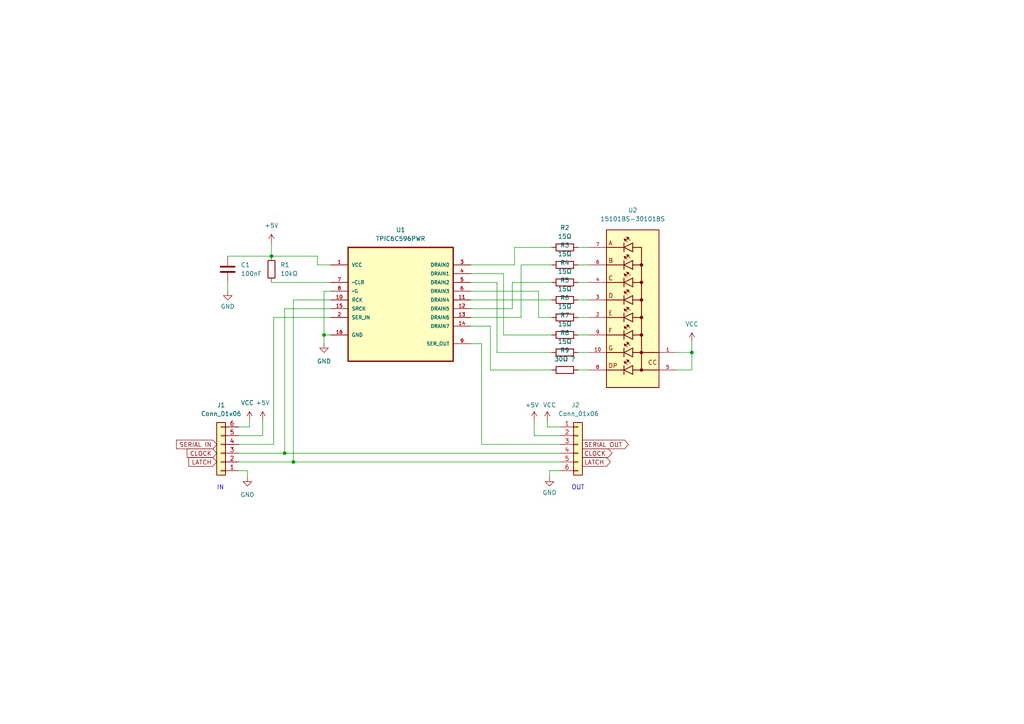
<source format=kicad_sch>
(kicad_sch (version 20211123) (generator eeschema)
  (paper "A4")
  (lib_symbols
    (symbol "Connector_Generic:Conn_01x06" (pin_names (offset 1.016) hide)
      (property "Reference" "J" (at 0 7.62 0))
      (property "Value" "Conn_01x06" (at 0 -10.16 0))
      (symbol "Conn_01x06_1_1"
        (rectangle (start -1.27 -7.493) (end 0 -7.747) (stroke (width 0.1524)))
        (rectangle (start -1.27 -4.953) (end 0 -5.207) (stroke (width 0.1524)))
        (rectangle (start -1.27 -2.413) (end 0 -2.667) (stroke (width 0.1524)))
        (rectangle (start -1.27 0.127) (end 0 -0.127) (stroke (width 0.1524)))
        (rectangle (start -1.27 2.667) (end 0 2.413) (stroke (width 0.1524)))
        (rectangle (start -1.27 5.207) (end 0 4.953) (stroke (width 0.1524)))
        (rectangle (start -1.27 6.35) (end 1.27 -8.89) (stroke (width 0.254)) (fill (type background)))
        (pin passive line (at -5.08 5.08 0) (length 3.81) (name "Pin_1") (number "1"))
        (pin passive line (at -5.08 2.54 0) (length 3.81) (name "Pin_2") (number "2"))
        (pin passive line (at -5.08 0 0) (length 3.81) (name "Pin_3") (number "3"))
        (pin passive line (at -5.08 -2.54 0) (length 3.81) (name "Pin_4") (number "4"))
        (pin passive line (at -5.08 -5.08 0) (length 3.81) (name "Pin_5") (number "5"))
        (pin passive line (at -5.08 -7.62 0) (length 3.81) (name "Pin_6") (number "6"))
      )
    )
    (symbol "Custom7Segments:15101BS-30101BS" (pin_names (offset 1.016))
      (property "Reference" "U" (at -7.62 23.622 0))
      (property "Value" "15101BS-30101BS" (at -8.89 -26.1874 0))
      (symbol "15101BS-30101BS_0_0"
        (rectangle (start -7.62 -22.86) (end 7.62 22.86) (stroke (width 0.254)) (fill (type background)))
        (polyline (pts (xy -7.62 -17.78) (xy -2.54 -17.78)) (stroke (width 0.254)))
        (polyline (pts (xy -7.62 -12.7) (xy -2.54 -12.7)) (stroke (width 0.254)))
        (polyline (pts (xy -7.62 -7.62) (xy -2.54 -7.62)) (stroke (width 0.254)))
        (polyline (pts (xy -7.62 -2.54) (xy -2.54 -2.54)) (stroke (width 0.254)))
        (polyline (pts (xy -7.62 2.54) (xy -2.54 2.54)) (stroke (width 0.254)))
        (polyline (pts (xy -7.62 7.62) (xy -2.54 7.62)) (stroke (width 0.254)))
        (polyline (pts (xy -7.62 12.7) (xy -2.54 12.7)) (stroke (width 0.254)))
        (polyline (pts (xy -7.62 17.78) (xy -2.54 17.78)) (stroke (width 0.254)))
        (polyline (pts (xy -2.54 -17.78) (xy -2.54 -19.05)) (stroke (width 0.254)))
        (polyline (pts (xy -2.54 -17.78) (xy 0 -16.51)) (stroke (width 0.254)))
        (polyline (pts (xy -2.54 -16.51) (xy -2.54 -17.78)) (stroke (width 0.254)))
        (polyline (pts (xy -2.54 -12.7) (xy -2.54 -13.97)) (stroke (width 0.254)))
        (polyline (pts (xy -2.54 -12.7) (xy 0 -11.43)) (stroke (width 0.254)))
        (polyline (pts (xy -2.54 -11.43) (xy -2.54 -12.7)) (stroke (width 0.254)))
        (polyline (pts (xy -2.54 -7.62) (xy -2.54 -8.89)) (stroke (width 0.254)))
        (polyline (pts (xy -2.54 -7.62) (xy 0 -6.35)) (stroke (width 0.254)))
        (polyline (pts (xy -2.54 -6.35) (xy -2.54 -7.62)) (stroke (width 0.254)))
        (polyline (pts (xy -2.54 -2.54) (xy -2.54 -3.81)) (stroke (width 0.254)))
        (polyline (pts (xy -2.54 -2.54) (xy 0 -1.27)) (stroke (width 0.254)))
        (polyline (pts (xy -2.54 -1.27) (xy -2.54 -2.54)) (stroke (width 0.254)))
        (polyline (pts (xy -2.54 2.54) (xy -2.54 1.27)) (stroke (width 0.254)))
        (polyline (pts (xy -2.54 2.54) (xy 0 3.81)) (stroke (width 0.254)))
        (polyline (pts (xy -2.54 3.81) (xy -2.54 2.54)) (stroke (width 0.254)))
        (polyline (pts (xy -2.54 7.62) (xy -2.54 6.35)) (stroke (width 0.254)))
        (polyline (pts (xy -2.54 7.62) (xy 0 8.89)) (stroke (width 0.254)))
        (polyline (pts (xy -2.54 8.89) (xy -2.54 7.62)) (stroke (width 0.254)))
        (polyline (pts (xy -2.54 12.7) (xy -2.54 11.43)) (stroke (width 0.254)))
        (polyline (pts (xy -2.54 12.7) (xy 0 13.97)) (stroke (width 0.254)))
        (polyline (pts (xy -2.54 13.97) (xy -2.54 12.7)) (stroke (width 0.254)))
        (polyline (pts (xy -2.54 17.78) (xy -2.54 16.51)) (stroke (width 0.254)))
        (polyline (pts (xy -2.54 17.78) (xy 0 19.05)) (stroke (width 0.254)))
        (polyline (pts (xy -2.54 19.05) (xy -2.54 17.78)) (stroke (width 0.254)))
        (polyline (pts (xy -1.524 -16.256) (xy -2.032 -15.748)) (stroke (width 0.1524)))
        (polyline (pts (xy -1.524 -11.176) (xy -2.032 -10.668)) (stroke (width 0.1524)))
        (polyline (pts (xy -1.524 -6.096) (xy -2.032 -5.588)) (stroke (width 0.1524)))
        (polyline (pts (xy -1.524 -1.016) (xy -2.032 -0.508)) (stroke (width 0.1524)))
        (polyline (pts (xy -1.524 4.064) (xy -2.032 4.572)) (stroke (width 0.1524)))
        (polyline (pts (xy -1.524 9.144) (xy -2.032 9.652)) (stroke (width 0.1524)))
        (polyline (pts (xy -1.524 14.224) (xy -2.032 14.732)) (stroke (width 0.1524)))
        (polyline (pts (xy -1.524 19.304) (xy -2.032 19.812)) (stroke (width 0.1524)))
        (polyline (pts (xy -0.762 -15.748) (xy -1.27 -15.24)) (stroke (width 0.1524)))
        (polyline (pts (xy -0.762 -10.668) (xy -1.27 -10.16)) (stroke (width 0.1524)))
        (polyline (pts (xy -0.762 -5.588) (xy -1.27 -5.08)) (stroke (width 0.1524)))
        (polyline (pts (xy -0.762 -0.508) (xy -1.27 0)) (stroke (width 0.1524)))
        (polyline (pts (xy -0.762 4.572) (xy -1.27 5.08)) (stroke (width 0.1524)))
        (polyline (pts (xy -0.762 9.652) (xy -1.27 10.16)) (stroke (width 0.1524)))
        (polyline (pts (xy -0.762 14.732) (xy -1.27 15.24)) (stroke (width 0.1524)))
        (polyline (pts (xy -0.762 19.812) (xy -1.27 20.32)) (stroke (width 0.1524)))
        (polyline (pts (xy 0 -19.05) (xy -2.54 -17.78)) (stroke (width 0.254)))
        (polyline (pts (xy 0 -17.78) (xy 0 -19.05)) (stroke (width 0.254)))
        (polyline (pts (xy 0 -17.78) (xy 2.54 -17.78)) (stroke (width 0.254)))
        (polyline (pts (xy 0 -16.51) (xy 0 -17.78)) (stroke (width 0.254)))
        (polyline (pts (xy 0 -13.97) (xy -2.54 -12.7)) (stroke (width 0.254)))
        (polyline (pts (xy 0 -12.7) (xy 0 -13.97)) (stroke (width 0.254)))
        (polyline (pts (xy 0 -12.7) (xy 2.54 -12.7)) (stroke (width 0.254)))
        (polyline (pts (xy 0 -11.43) (xy 0 -12.7)) (stroke (width 0.254)))
        (polyline (pts (xy 0 -8.89) (xy -2.54 -7.62)) (stroke (width 0.254)))
        (polyline (pts (xy 0 -7.62) (xy 0 -8.89)) (stroke (width 0.254)))
        (polyline (pts (xy 0 -7.62) (xy 2.54 -7.62)) (stroke (width 0.254)))
        (polyline (pts (xy 0 -6.35) (xy 0 -7.62)) (stroke (width 0.254)))
        (polyline (pts (xy 0 -3.81) (xy -2.54 -2.54)) (stroke (width 0.254)))
        (polyline (pts (xy 0 -2.54) (xy 0 -3.81)) (stroke (width 0.254)))
        (polyline (pts (xy 0 -2.54) (xy 2.54 -2.54)) (stroke (width 0.254)))
        (polyline (pts (xy 0 -1.27) (xy 0 -2.54)) (stroke (width 0.254)))
        (polyline (pts (xy 0 1.27) (xy -2.54 2.54)) (stroke (width 0.254)))
        (polyline (pts (xy 0 2.54) (xy 0 1.27)) (stroke (width 0.254)))
        (polyline (pts (xy 0 2.54) (xy 2.54 2.54)) (stroke (width 0.254)))
        (polyline (pts (xy 0 3.81) (xy 0 2.54)) (stroke (width 0.254)))
        (polyline (pts (xy 0 6.35) (xy -2.54 7.62)) (stroke (width 0.254)))
        (polyline (pts (xy 0 7.62) (xy 0 6.35)) (stroke (width 0.254)))
        (polyline (pts (xy 0 7.62) (xy 2.54 7.62)) (stroke (width 0.254)))
        (polyline (pts (xy 0 8.89) (xy 0 7.62)) (stroke (width 0.254)))
        (polyline (pts (xy 0 11.43) (xy -2.54 12.7)) (stroke (width 0.254)))
        (polyline (pts (xy 0 12.7) (xy 0 11.43)) (stroke (width 0.254)))
        (polyline (pts (xy 0 12.7) (xy 2.54 12.7)) (stroke (width 0.254)))
        (polyline (pts (xy 0 13.97) (xy 0 12.7)) (stroke (width 0.254)))
        (polyline (pts (xy 0 16.51) (xy -2.54 17.78)) (stroke (width 0.254)))
        (polyline (pts (xy 0 17.78) (xy 0 16.51)) (stroke (width 0.254)))
        (polyline (pts (xy 0 17.78) (xy 2.54 17.78)) (stroke (width 0.254)))
        (polyline (pts (xy 0 19.05) (xy 0 17.78)) (stroke (width 0.254)))
        (polyline (pts (xy 2.4384 -12.7) (xy 7.5184 -12.7)) (stroke (width 0.254)))
        (polyline (pts (xy 2.54 -17.78) (xy 2.54 17.78)) (stroke (width 0.254)))
        (polyline (pts (xy 2.54 -17.78) (xy 7.62 -17.78)) (stroke (width 0.254)))
        (polyline (pts (xy -1.778 -15.494) (xy -2.286 -16.002) (xy -2.54 -15.24) (xy -1.778 -15.494)) (stroke (width 0.1524)) (fill (type outline)))
        (polyline (pts (xy -1.778 -10.414) (xy -2.286 -10.922) (xy -2.54 -10.16) (xy -1.778 -10.414)) (stroke (width 0.1524)) (fill (type outline)))
        (polyline (pts (xy -1.778 -5.334) (xy -2.286 -5.842) (xy -2.54 -5.08) (xy -1.778 -5.334)) (stroke (width 0.1524)) (fill (type outline)))
        (polyline (pts (xy -1.778 -0.254) (xy -2.286 -0.762) (xy -2.54 0) (xy -1.778 -0.254)) (stroke (width 0.1524)) (fill (type outline)))
        (polyline (pts (xy -1.778 4.826) (xy -2.286 4.318) (xy -2.54 5.08) (xy -1.778 4.826)) (stroke (width 0.1524)) (fill (type outline)))
        (polyline (pts (xy -1.778 9.906) (xy -2.286 9.398) (xy -2.54 10.16) (xy -1.778 9.906)) (stroke (width 0.1524)) (fill (type outline)))
        (polyline (pts (xy -1.778 14.986) (xy -2.286 14.478) (xy -2.54 15.24) (xy -1.778 14.986)) (stroke (width 0.1524)) (fill (type outline)))
        (polyline (pts (xy -1.778 20.066) (xy -2.286 19.558) (xy -2.54 20.32) (xy -1.778 20.066)) (stroke (width 0.1524)) (fill (type outline)))
        (polyline (pts (xy -1.016 -14.986) (xy -1.524 -15.494) (xy -1.778 -14.732) (xy -1.016 -14.986)) (stroke (width 0.1524)) (fill (type outline)))
        (polyline (pts (xy -1.016 -9.906) (xy -1.524 -10.414) (xy -1.778 -9.652) (xy -1.016 -9.906)) (stroke (width 0.1524)) (fill (type outline)))
        (polyline (pts (xy -1.016 -4.826) (xy -1.524 -5.334) (xy -1.778 -4.572) (xy -1.016 -4.826)) (stroke (width 0.1524)) (fill (type outline)))
        (polyline (pts (xy -1.016 0.254) (xy -1.524 -0.254) (xy -1.778 0.508) (xy -1.016 0.254)) (stroke (width 0.1524)) (fill (type outline)))
        (polyline (pts (xy -1.016 5.334) (xy -1.524 4.826) (xy -1.778 5.588) (xy -1.016 5.334)) (stroke (width 0.1524)) (fill (type outline)))
        (polyline (pts (xy -1.016 10.414) (xy -1.524 9.906) (xy -1.778 10.668) (xy -1.016 10.414)) (stroke (width 0.1524)) (fill (type outline)))
        (polyline (pts (xy -1.016 15.494) (xy -1.524 14.986) (xy -1.778 15.748) (xy -1.016 15.494)) (stroke (width 0.1524)) (fill (type outline)))
        (polyline (pts (xy -1.016 20.574) (xy -1.524 20.066) (xy -1.778 20.828) (xy -1.016 20.574)) (stroke (width 0.1524)) (fill (type outline)))
        (circle (center 2.54 -17.78) (radius 0.254) (stroke (width 0.508)))
        (circle (center 2.54 -12.7) (radius 0.254) (stroke (width 0.508)))
        (circle (center 2.54 -7.62) (radius 0.254) (stroke (width 0.508)))
        (circle (center 2.54 -2.54) (radius 0.254) (stroke (width 0.508)))
        (circle (center 2.54 2.54) (radius 0.254) (stroke (width 0.508)))
        (circle (center 2.54 7.62) (radius 0.254) (stroke (width 0.508)))
        (circle (center 2.54 12.7) (radius 0.254) (stroke (width 0.508)))
        (text "A" (at -7.112 18.288 0) (effects (font (size 1.27 1.27)) (justify left bottom)))
        (text "B" (at -7.112 13.208 0) (effects (font (size 1.27 1.27)) (justify left bottom)))
        (text "C" (at -7.112 8.128 0) (effects (font (size 1.27 1.27)) (justify left bottom)))
        (text "CC" (at 4.3688 -16.3322 0) (effects (font (size 1.27 1.27)) (justify left bottom)))
        (text "D" (at -7.112 3.048 0) (effects (font (size 1.27 1.27)) (justify left bottom)))
        (text "DP" (at -7.112 -17.272 0) (effects (font (size 1.27 1.27)) (justify left bottom)))
        (text "E" (at -7.112 -2.032 0) (effects (font (size 1.27 1.27)) (justify left bottom)))
        (text "F" (at -7.112 -7.112 0) (effects (font (size 1.27 1.27)) (justify left bottom)))
        (text "G" (at -7.112 -12.192 0) (effects (font (size 1.27 1.27)) (justify left bottom)))
        (pin passive line (at 12.7 -12.7 180) (length 5.08) (name "") (number "1"))
        (pin passive line (at -12.7 -12.7 0) (length 5.08) (name "~") (number "10"))
        (pin passive line (at -12.7 -2.54 0) (length 5.08) (name "~") (number "2"))
        (pin passive line (at -12.7 2.54 0) (length 5.08) (name "~") (number "3"))
        (pin passive line (at -12.7 7.62 0) (length 5.08) (name "~") (number "4"))
        (pin passive line (at 12.7 -17.78 180) (length 5.08) (name "~") (number "5"))
        (pin passive line (at -12.7 12.7 0) (length 5.08) (name "~") (number "6"))
        (pin passive line (at -12.7 17.78 0) (length 5.08) (name "~") (number "7"))
        (pin passive line (at -12.7 -17.78 0) (length 5.08) (name "~") (number "8"))
        (pin passive line (at -12.7 -7.62 0) (length 5.08) (name "~") (number "9"))
      )
    )
    (symbol "Device:C" (pin_numbers hide) (pin_names (offset 0.254))
      (property "Reference" "C" (at 0.635 2.54 0))
      (property "Value" "C" (at 0.635 -2.54 0))
      (symbol "C_0_1"
        (polyline (pts (xy -2.032 -0.762) (xy 2.032 -0.762)) (stroke (width 0.508)))
        (polyline (pts (xy -2.032 0.762) (xy 2.032 0.762)) (stroke (width 0.508)))
      )
      (symbol "C_1_1"
        (pin passive line (at 0 3.81 270) (length 2.794) (name "~") (number "1"))
        (pin passive line (at 0 -3.81 90) (length 2.794) (name "~") (number "2"))
      )
    )
    (symbol "Device:R" (pin_numbers hide) (pin_names (offset 0))
      (property "Reference" "R" (at 2.032 0 90))
      (property "Value" "R" (at 0 0 90))
      (symbol "R_0_1"
        (rectangle (start -1.016 -2.54) (end 1.016 2.54) (stroke (width 0.254)))
      )
      (symbol "R_1_1"
        (pin passive line (at 0 3.81 270) (length 1.27) (name "~") (number "1"))
        (pin passive line (at 0 -3.81 90) (length 1.27) (name "~") (number "2"))
      )
    )
    (symbol "TPIC6C596PWR:TPIC6C596PWR" (pin_names (offset 1.016))
      (property "Reference" "U" (at -5.516 14.0569 0))
      (property "Value" "TPIC6C596PWR" (at -5.2195 -23.246 0))
      (symbol "TPIC6C596PWR_0_0"
        (rectangle (start -15.24 -20.32) (end 15.24 12.7) (stroke (width 0.4064)) (fill (type background)))
        (pin power_in line (at -20.32 7.62 0) (length 5.08) (name "VCC") (number "1"))
        (pin input line (at -20.32 -2.54 0) (length 5.08) (name "RCK") (number "10"))
        (pin output line (at 20.32 -2.54 180) (length 5.08) (name "DRAIN4") (number "11"))
        (pin output line (at 20.32 -5.08 180) (length 5.08) (name "DRAIN5") (number "12"))
        (pin output line (at 20.32 -7.62 180) (length 5.08) (name "DRAIN6") (number "13"))
        (pin output line (at 20.32 -10.16 180) (length 5.08) (name "DRAIN7") (number "14"))
        (pin input line (at -20.32 -5.08 0) (length 5.08) (name "SRCK") (number "15"))
        (pin passive line (at -20.32 -12.7 0) (length 5.08) (name "GND") (number "16"))
        (pin input line (at -20.32 -7.62 0) (length 5.08) (name "SER_IN") (number "2"))
        (pin output line (at 20.32 7.62 180) (length 5.08) (name "DRAIN0") (number "3"))
        (pin output line (at 20.32 5.08 180) (length 5.08) (name "DRAIN1") (number "4"))
        (pin output line (at 20.32 2.54 180) (length 5.08) (name "DRAIN2") (number "5"))
        (pin output line (at 20.32 0 180) (length 5.08) (name "DRAIN3") (number "6"))
        (pin input line (at -20.32 2.54 0) (length 5.08) (name "~CLR") (number "7"))
        (pin input line (at -20.32 0 0) (length 5.08) (name "~G") (number "8"))
        (pin output line (at 20.32 -15.24 180) (length 5.08) (name "SER_OUT") (number "9"))
      )
    )
    (symbol "power:+5V" (power) (pin_names (offset 0))
      (property "Value" "+5V" (at 0 3.556 0))
      (symbol "+5V_0_1"
        (polyline (pts (xy -0.762 1.27) (xy 0 2.54)))
        (polyline (pts (xy 0 0) (xy 0 2.54)))
        (polyline (pts (xy 0 2.54) (xy 0.762 1.27)))
      )
      (symbol "+5V_1_1"
        (pin power_in line (at 0 0 90) (length 0) hide (name "+5V") (number "1"))
      )
    )
    (symbol "power:GND" (power) (pin_names (offset 0))
      (property "Value" "GND" (at 0 -3.81 0))
      (symbol "GND_0_1"
        (polyline (pts (xy 0 0) (xy 0 -1.27) (xy 1.27 -1.27) (xy 0 -2.54) (xy -1.27 -1.27) (xy 0 -1.27)))
      )
      (symbol "GND_1_1"
        (pin power_in line (at 0 0 270) (length 0) hide (name "GND") (number "1"))
      )
    )
    (symbol "power:VCC" (power) (pin_names (offset 0))
      (property "Value" "VCC" (at 0 3.81 0))
      (symbol "VCC_0_1"
        (polyline (pts (xy -0.762 1.27) (xy 0 2.54)))
        (polyline (pts (xy 0 0) (xy 0 2.54)))
        (polyline (pts (xy 0 2.54) (xy 0.762 1.27)))
      )
      (symbol "VCC_1_1"
        (pin power_in line (at 0 0 90) (length 0) hide (name "VCC") (number "1"))
      )
    )
  )
  (junction (at 200.66 102.235))
  (junction (at 85.09 133.985))
  (junction (at 78.74 74.295))
  (junction (at 82.55 131.445))
  (junction (at 93.98 97.155))
  (wire (pts (xy 142.24 94.615) (xy 136.525 94.615)))
  (wire (pts (xy 160.02 92.075) (xy 156.21 92.075)))
  (wire (pts (xy 167.64 86.995) (xy 170.815 86.995)))
  (wire (pts (xy 76.2 126.365) (xy 76.2 121.92)))
  (wire (pts (xy 149.225 71.755) (xy 149.225 76.835)))
  (wire (pts (xy 148.59 81.915) (xy 148.59 89.535)))
  (wire (pts (xy 69.215 131.445) (xy 82.55 131.445)))
  (wire (pts (xy 69.215 123.825) (xy 72.39 123.825)))
  (wire (pts (xy 93.98 97.155) (xy 93.98 99.695)))
  (wire (pts (xy 162.56 131.445) (xy 82.55 131.445)))
  (wire (pts (xy 136.525 76.835) (xy 149.225 76.835)))
  (wire (pts (xy 82.55 89.535) (xy 95.885 89.535)))
  (wire (pts (xy 162.56 128.905) (xy 139.7 128.905)))
  (wire (pts (xy 85.09 86.995) (xy 85.09 133.985)))
  (wire (pts (xy 72.39 123.825) (xy 72.39 121.92)))
  (wire (pts (xy 159.385 136.525) (xy 159.385 138.43)))
  (wire (pts (xy 158.75 123.825) (xy 162.56 123.825)))
  (wire (pts (xy 167.64 76.835) (xy 170.815 76.835)))
  (wire (pts (xy 95.885 97.155) (xy 93.98 97.155)))
  (wire (pts (xy 139.7 128.905) (xy 139.7 99.695)))
  (wire (pts (xy 160.02 76.835) (xy 151.13 76.835)))
  (wire (pts (xy 142.24 107.315) (xy 142.24 94.615)))
  (wire (pts (xy 167.64 107.315) (xy 170.815 107.315)))
  (wire (pts (xy 160.02 81.915) (xy 148.59 81.915)))
  (wire (pts (xy 160.02 71.755) (xy 149.225 71.755)))
  (wire (pts (xy 196.215 102.235) (xy 200.66 102.235)))
  (wire (pts (xy 158.75 121.92) (xy 158.75 123.825)))
  (wire (pts (xy 162.56 126.365) (xy 154.94 126.365)))
  (wire (pts (xy 85.09 86.995) (xy 95.885 86.995)))
  (wire (pts (xy 167.64 97.155) (xy 170.815 97.155)))
  (wire (pts (xy 200.66 99.06) (xy 200.66 102.235)))
  (wire (pts (xy 151.13 76.835) (xy 151.13 92.075)))
  (wire (pts (xy 160.02 102.235) (xy 144.145 102.235)))
  (wire (pts (xy 79.375 128.905) (xy 69.215 128.905)))
  (wire (pts (xy 69.215 133.985) (xy 85.09 133.985)))
  (wire (pts (xy 144.145 102.235) (xy 144.145 81.915)))
  (wire (pts (xy 78.74 70.485) (xy 78.74 74.295)))
  (wire (pts (xy 167.64 102.235) (xy 170.815 102.235)))
  (wire (pts (xy 160.02 107.315) (xy 142.24 107.315)))
  (wire (pts (xy 69.215 136.525) (xy 71.755 136.525)))
  (wire (pts (xy 66.04 74.295) (xy 78.74 74.295)))
  (wire (pts (xy 93.98 84.455) (xy 93.98 97.155)))
  (wire (pts (xy 71.755 136.525) (xy 71.755 138.43)))
  (wire (pts (xy 156.21 92.075) (xy 156.21 84.455)))
  (wire (pts (xy 92.075 76.835) (xy 95.885 76.835)))
  (wire (pts (xy 136.525 81.915) (xy 144.145 81.915)))
  (wire (pts (xy 162.56 136.525) (xy 159.385 136.525)))
  (wire (pts (xy 78.74 74.295) (xy 92.075 74.295)))
  (wire (pts (xy 146.05 97.155) (xy 146.05 79.375)))
  (wire (pts (xy 139.7 99.695) (xy 136.525 99.695)))
  (wire (pts (xy 82.55 89.535) (xy 82.55 131.445)))
  (wire (pts (xy 200.66 107.315) (xy 196.215 107.315)))
  (wire (pts (xy 154.94 126.365) (xy 154.94 121.92)))
  (wire (pts (xy 167.64 81.915) (xy 170.815 81.915)))
  (wire (pts (xy 95.885 92.075) (xy 79.375 92.075)))
  (wire (pts (xy 148.59 89.535) (xy 136.525 89.535)))
  (wire (pts (xy 151.13 92.075) (xy 136.525 92.075)))
  (wire (pts (xy 136.525 86.995) (xy 160.02 86.995)))
  (wire (pts (xy 200.66 102.235) (xy 200.66 107.315)))
  (wire (pts (xy 92.075 74.295) (xy 92.075 76.835)))
  (wire (pts (xy 69.215 126.365) (xy 76.2 126.365)))
  (wire (pts (xy 95.885 84.455) (xy 93.98 84.455)))
  (wire (pts (xy 136.525 79.375) (xy 146.05 79.375)))
  (wire (pts (xy 79.375 92.075) (xy 79.375 128.905)))
  (wire (pts (xy 160.02 97.155) (xy 146.05 97.155)))
  (wire (pts (xy 167.64 71.755) (xy 170.815 71.755)))
  (wire (pts (xy 167.64 92.075) (xy 170.815 92.075)))
  (wire (pts (xy 162.56 133.985) (xy 85.09 133.985)))
  (wire (pts (xy 136.525 84.455) (xy 156.21 84.455)))
  (wire (pts (xy 66.04 81.915) (xy 66.04 84.455)))
  (wire (pts (xy 78.74 81.915) (xy 95.885 81.915)))
  (text "IN" (at 62.865 142.24 0) (effects (font (size 1.27 1.27)) (justify left bottom)))
  (text "OUT" (at 165.735 142.24 0) (effects (font (size 1.27 1.27)) (justify left bottom)))
  (global_label "CLOCK" (shape input) (at 62.865 131.445 180) (property "Intersheet References" "${INTERSHEET_REFS}" (effects hide)))
  (global_label "SERIAL OUT" (shape output) (at 168.91 128.905 0) (property "Intersheet References" "${INTERSHEET_REFS}" (effects hide)))
  (global_label "CLOCK" (shape output) (at 168.91 131.445 0) (property "Intersheet References" "${INTERSHEET_REFS}" (effects hide)))
  (global_label "SERIAL IN" (shape input) (at 62.865 128.905 180) (property "Intersheet References" "${INTERSHEET_REFS}" (effects hide)))
  (global_label "LATCH" (shape output) (at 168.91 133.985 0) (property "Intersheet References" "${INTERSHEET_REFS}" (effects hide)))
  (global_label "LATCH" (shape input) (at 62.865 133.985 180) (property "Intersheet References" "${INTERSHEET_REFS}" (effects hide)))
  (symbol (lib_id "Device:R") (at 163.83 71.755 90) (unit 1)
    (property "Reference" "R2" (at 163.83 66.04 90))
    (property "Value" "15Ω" (at 163.83 68.58 90))
    (property "Footprint" "Resistor_SMD:R_0603_1608Metric" (effects hide))
  )
  (symbol (lib_id "Device:C") (at 66.04 78.105 0) (unit 1)
    (property "Reference" "C1" (at 69.85 76.8349 0) (effects (justify left)))
    (property "Value" "100nF" (at 69.85 79.3749 0) (effects (justify left)))
    (property "Footprint" "Capacitor_SMD:C_0603_1608Metric" (effects hide))
  )
  (symbol (lib_id "power:+5V") (at 78.74 70.485 0) (unit 1)
    (property "Reference" "#PWR05" (effects hide))
    (property "Value" "+5V" (at 78.74 65.405 0))
  )
  (symbol (lib_id "power:GND") (at 66.04 84.455 0) (unit 1)
    (property "Reference" "#PWR01" (effects hide))
    (property "Value" "GND" (at 66.04 88.9 0))
  )
  (symbol (lib_id "power:+5V") (at 154.94 121.92 0) (unit 1)
    (property "Reference" "#PWR07" (effects hide))
    (property "Value" "+5V" (at 154.305 117.475 0))
  )
  (symbol (lib_id "Device:R") (at 163.83 97.155 90) (unit 1)
    (property "Reference" "R7" (at 163.83 91.44 90))
    (property "Value" "15Ω" (at 163.83 93.98 90))
    (property "Footprint" "Resistor_SMD:R_0603_1608Metric" (effects hide))
  )
  (symbol (lib_id "power:+5V") (at 76.2 121.92 0) (unit 1)
    (property "Reference" "#PWR04" (effects hide))
    (property "Value" "+5V" (at 76.2 116.84 0))
  )
  (symbol (lib_id "Connector_Generic:Conn_01x06") (at 64.135 131.445 180) (unit 1)
    (property "Reference" "J1" (at 64.135 117.475 0))
    (property "Value" "Conn_01x06" (at 64.135 120.015 0))
    (property "Footprint" "Connector_PinHeader_2.54mm:PinHeader_1x06_P2.54mm_Vertical" (effects hide))
  )
  (symbol (lib_id "Device:R") (at 78.74 78.105 180) (unit 1)
    (property "Reference" "R1" (at 81.28 76.8349 0) (effects (justify right)))
    (property "Value" "10kΩ" (at 81.28 79.3749 0) (effects (justify right)))
    (property "Footprint" "Resistor_SMD:R_0603_1608Metric" (effects hide))
  )
  (symbol (lib_id "power:GND") (at 159.385 138.43 0) (unit 1)
    (property "Reference" "#PWR09" (effects hide))
    (property "Value" "GND" (at 159.385 142.875 0))
  )
  (symbol (lib_id "power:VCC") (at 72.39 121.92 0) (unit 1)
    (property "Reference" "#PWR03" (effects hide))
    (property "Value" "VCC" (at 71.755 116.84 0))
  )
  (symbol (lib_id "Device:R") (at 163.83 92.075 90) (unit 1)
    (property "Reference" "R6" (at 163.83 86.36 90))
    (property "Value" "15Ω" (at 163.83 88.9 90))
    (property "Footprint" "Resistor_SMD:R_0603_1608Metric" (effects hide))
  )
  (symbol (lib_id "power:GND") (at 93.98 99.695 0) (unit 1)
    (property "Reference" "#PWR06" (effects hide))
    (property "Value" "GND" (at 93.98 104.775 0))
  )
  (symbol (lib_id "Device:R") (at 163.83 107.315 90) (unit 1)
    (property "Reference" "R9" (at 163.83 101.6 90))
    (property "Value" "30Ω ?" (at 163.83 104.14 90))
    (property "Footprint" "Resistor_SMD:R_0603_1608Metric" (effects hide))
  )
  (symbol (lib_id "Device:R") (at 163.83 102.235 90) (unit 1)
    (property "Reference" "R8" (at 163.83 96.52 90))
    (property "Value" "15Ω" (at 163.83 99.06 90))
    (property "Footprint" "Resistor_SMD:R_0603_1608Metric" (effects hide))
  )
  (symbol (lib_id "TPIC6C596PWR:TPIC6C596PWR") (at 116.205 84.455 0) (unit 1)
    (property "Reference" "U1" (at 116.205 66.675 0))
    (property "Value" "TPIC6C596PWR" (at 116.205 69.215 0))
    (property "Footprint" "TPIC6C596PWR:SOP65P640X120-16N" (effects hide))
    (property "Description" "\nAutomotive 8-bit shift register\n" (effects hide))
    (property "PACKAGE" "TSSOP-16" (effects hide))
    (property "MPN" "TPIC6C596PWR" (effects hide))
    (property "Package" "TSSOP-16 Texas Instruments" (effects hide))
  )
  (symbol (lib_id "power:VCC") (at 158.75 121.92 0) (unit 1)
    (property "Reference" "#PWR08" (effects hide))
    (property "Value" "VCC" (at 159.385 117.475 0))
  )
  (symbol (lib_id "Connector_Generic:Conn_01x06") (at 167.64 128.905 0) (unit 1)
    (property "Reference" "J2" (at 165.735 117.475 0) (effects (justify left)))
    (property "Value" "Conn_01x06" (at 161.925 120.015 0) (effects (justify left)))
    (property "Footprint" "Connector_PinHeader_2.54mm:PinHeader_1x06_P2.54mm_Vertical" (effects hide))
  )
  (symbol (lib_id "power:GND") (at 71.755 138.43 0) (unit 1)
    (property "Reference" "#PWR02" (effects hide))
    (property "Value" "GND" (at 71.755 143.51 0))
  )
  (symbol (lib_id "Device:R") (at 163.83 81.915 90) (unit 1)
    (property "Reference" "R4" (at 163.83 76.2 90))
    (property "Value" "15Ω" (at 163.83 78.74 90))
    (property "Footprint" "Resistor_SMD:R_0603_1608Metric" (effects hide))
  )
  (symbol (lib_id "Custom7Segments:15101BS-30101BS") (at 183.515 89.535 0) (unit 1)
    (property "Reference" "U2" (at 183.515 60.96 0))
    (property "Value" "15101BS-30101BS" (at 183.515 63.5 0))
    (property "Footprint" "Custom7Segments:15101BS-30101BS" (effects hide))
  )
  (symbol (lib_id "Device:R") (at 163.83 76.835 90) (unit 1)
    (property "Reference" "R3" (at 163.83 71.12 90))
    (property "Value" "15Ω" (at 163.83 73.66 90))
    (property "Footprint" "Resistor_SMD:R_0603_1608Metric" (effects hide))
  )
  (symbol (lib_id "Device:R") (at 163.83 86.995 90) (unit 1)
    (property "Reference" "R5" (at 163.83 81.28 90))
    (property "Value" "15Ω" (at 163.83 83.82 90))
    (property "Footprint" "Resistor_SMD:R_0603_1608Metric" (effects hide))
  )
  (symbol (lib_id "power:VCC") (at 200.66 99.06 0) (unit 1)
    (property "Reference" "#PWR010" (effects hide))
    (property "Value" "VCC" (at 200.66 93.98 0))
  )
)
</source>
